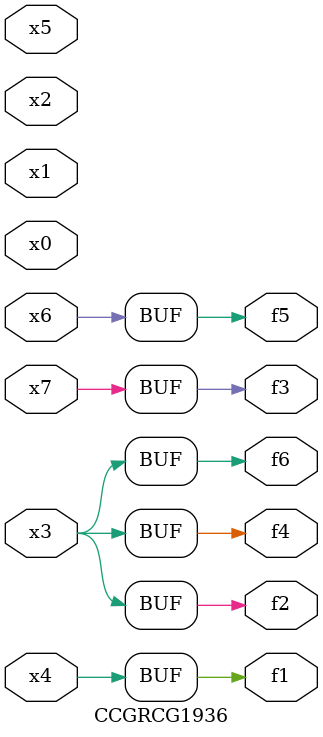
<source format=v>
module CCGRCG1936(
	input x0, x1, x2, x3, x4, x5, x6, x7,
	output f1, f2, f3, f4, f5, f6
);
	assign f1 = x4;
	assign f2 = x3;
	assign f3 = x7;
	assign f4 = x3;
	assign f5 = x6;
	assign f6 = x3;
endmodule

</source>
